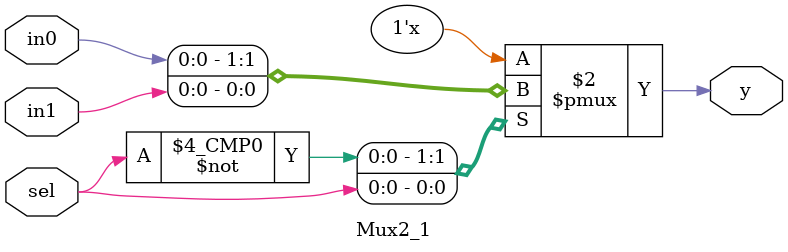
<source format=v>
module Mux2_1(in0,in1,sel,y);
	input in0,in1,sel;
	output reg y;
	
	always @(sel,in0,in1)
	begin
		case(sel)
			1'b0:y=in0;
			1'b1:y=in1;
			default:y=0;
		endcase
	end
endmodule

</source>
